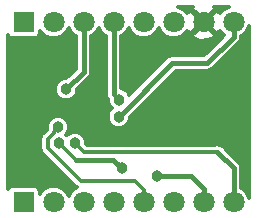
<source format=gbr>
G04 #@! TF.FileFunction,Copper,L2,Bot,Signal*
%FSLAX46Y46*%
G04 Gerber Fmt 4.6, Leading zero omitted, Abs format (unit mm)*
G04 Created by KiCad (PCBNEW 0.201504271001+5626~23~ubuntu14.10.1-product) date Wed 29 Apr 2015 11:36:41 EEST*
%MOMM*%
G01*
G04 APERTURE LIST*
%ADD10C,0.100000*%
%ADD11R,1.800000X1.800000*%
%ADD12C,1.800000*%
%ADD13C,0.965200*%
%ADD14C,0.406400*%
%ADD15C,0.304800*%
G04 APERTURE END LIST*
D10*
D11*
X139700000Y-121920000D03*
D12*
X142240000Y-121920000D03*
X144780000Y-121920000D03*
X147320000Y-121920000D03*
X149860000Y-121920000D03*
X152400000Y-121920000D03*
X154940000Y-121920000D03*
X157480000Y-121920000D03*
D11*
X139700000Y-106680000D03*
D12*
X142240000Y-106680000D03*
X144780000Y-106680000D03*
X147320000Y-106680000D03*
X149860000Y-106680000D03*
X152400000Y-106680000D03*
X154940000Y-106680000D03*
X157480000Y-106680000D03*
D13*
X140665200Y-111150400D03*
X156768800Y-110845600D03*
X147751800Y-114681000D03*
X142722600Y-116916200D03*
X148005800Y-119049800D03*
X142621000Y-115570000D03*
X151028400Y-119710200D03*
X144043400Y-116916200D03*
X143306800Y-112369600D03*
X147802600Y-113233200D03*
D14*
X140665200Y-111150400D02*
X141935200Y-112420400D01*
X141935200Y-112420400D02*
X141935200Y-113157000D01*
X141935200Y-113157000D02*
X144957800Y-116179600D01*
X144957800Y-116179600D02*
X151434800Y-116179600D01*
X151434800Y-116179600D02*
X156768800Y-110845600D01*
X147751800Y-114681000D02*
X152298400Y-110134400D01*
X152298400Y-110134400D02*
X155244800Y-110134400D01*
X155244800Y-110134400D02*
X157480000Y-107899200D01*
X157480000Y-107899200D02*
X157480000Y-106680000D01*
D15*
X142722600Y-116916200D02*
X144119600Y-118313200D01*
D14*
X144119600Y-118313200D02*
X147269200Y-118313200D01*
X147269200Y-118313200D02*
X148005800Y-119049800D01*
D15*
X148209000Y-120142000D02*
X149098000Y-120142000D01*
X142621000Y-115570000D02*
X142240000Y-115951000D01*
X142240000Y-115951000D02*
X142240000Y-116078000D01*
X142240000Y-116078000D02*
X141732000Y-116586000D01*
X141732000Y-116586000D02*
X141732000Y-117348000D01*
X141732000Y-117348000D02*
X144526000Y-120142000D01*
X144526000Y-120142000D02*
X148209000Y-120142000D01*
X149860000Y-120904000D02*
X149860000Y-121920000D01*
X149098000Y-120142000D02*
X149860000Y-120904000D01*
X151028400Y-119710200D02*
X151053800Y-119735600D01*
D14*
X151053800Y-119735600D02*
X153898600Y-119735600D01*
X153898600Y-119735600D02*
X154940000Y-120777000D01*
X154940000Y-120777000D02*
X154940000Y-121920000D01*
D15*
X144043400Y-116916200D02*
X144780000Y-117652800D01*
X144780000Y-117652800D02*
X156083000Y-117652800D01*
D14*
X156083000Y-117652800D02*
X157480000Y-119049800D01*
X157480000Y-119049800D02*
X157480000Y-121920000D01*
X143306800Y-112369600D02*
X144780000Y-110896400D01*
X144780000Y-110896400D02*
X144780000Y-106680000D01*
D15*
X147802600Y-113233200D02*
X147320000Y-112750600D01*
D14*
X147320000Y-112750600D02*
X147320000Y-106680000D01*
D15*
G36*
X157122557Y-105359200D02*
X156712212Y-105528751D01*
X156330093Y-105910204D01*
X156323973Y-105924942D01*
X156284214Y-105828956D01*
X156017522Y-105746162D01*
X155083684Y-106680000D01*
X156017522Y-107613838D01*
X156284214Y-107531044D01*
X156322321Y-107432227D01*
X156328751Y-107447788D01*
X156662816Y-107782437D01*
X155873838Y-108571415D01*
X155873838Y-107757522D01*
X154940000Y-106823684D01*
X154006162Y-107757522D01*
X154088956Y-108024214D01*
X154668146Y-108247573D01*
X155288725Y-108232283D01*
X155791044Y-108024214D01*
X155873838Y-107757522D01*
X155873838Y-108571415D01*
X154971254Y-109474000D01*
X152298400Y-109474000D01*
X152045676Y-109524270D01*
X151831426Y-109667427D01*
X148657540Y-112841312D01*
X148599788Y-112701541D01*
X148335649Y-112436941D01*
X147990358Y-112293563D01*
X147980400Y-112293554D01*
X147980400Y-107875620D01*
X148087788Y-107831249D01*
X148469907Y-107449796D01*
X148590039Y-107160484D01*
X148708751Y-107447788D01*
X149090204Y-107829907D01*
X149588852Y-108036964D01*
X150128779Y-108037435D01*
X150627788Y-107831249D01*
X151009907Y-107449796D01*
X151130039Y-107160484D01*
X151248751Y-107447788D01*
X151630204Y-107829907D01*
X152128852Y-108036964D01*
X152668779Y-108037435D01*
X153167788Y-107831249D01*
X153549907Y-107449796D01*
X153556026Y-107435057D01*
X153595786Y-107531044D01*
X153862478Y-107613838D01*
X154796316Y-106680000D01*
X153862478Y-105746162D01*
X153595786Y-105828956D01*
X153557678Y-105927772D01*
X153551249Y-105912212D01*
X153169796Y-105530093D01*
X152758240Y-105359200D01*
X154081687Y-105359200D01*
X154006162Y-105602478D01*
X154940000Y-106536316D01*
X155873838Y-105602478D01*
X155798312Y-105359200D01*
X157122557Y-105359200D01*
X157122557Y-105359200D01*
G37*
X157122557Y-105359200D02*
X156712212Y-105528751D01*
X156330093Y-105910204D01*
X156323973Y-105924942D01*
X156284214Y-105828956D01*
X156017522Y-105746162D01*
X155083684Y-106680000D01*
X156017522Y-107613838D01*
X156284214Y-107531044D01*
X156322321Y-107432227D01*
X156328751Y-107447788D01*
X156662816Y-107782437D01*
X155873838Y-108571415D01*
X155873838Y-107757522D01*
X154940000Y-106823684D01*
X154006162Y-107757522D01*
X154088956Y-108024214D01*
X154668146Y-108247573D01*
X155288725Y-108232283D01*
X155791044Y-108024214D01*
X155873838Y-107757522D01*
X155873838Y-108571415D01*
X154971254Y-109474000D01*
X152298400Y-109474000D01*
X152045676Y-109524270D01*
X151831426Y-109667427D01*
X148657540Y-112841312D01*
X148599788Y-112701541D01*
X148335649Y-112436941D01*
X147990358Y-112293563D01*
X147980400Y-112293554D01*
X147980400Y-107875620D01*
X148087788Y-107831249D01*
X148469907Y-107449796D01*
X148590039Y-107160484D01*
X148708751Y-107447788D01*
X149090204Y-107829907D01*
X149588852Y-108036964D01*
X150128779Y-108037435D01*
X150627788Y-107831249D01*
X151009907Y-107449796D01*
X151130039Y-107160484D01*
X151248751Y-107447788D01*
X151630204Y-107829907D01*
X152128852Y-108036964D01*
X152668779Y-108037435D01*
X153167788Y-107831249D01*
X153549907Y-107449796D01*
X153556026Y-107435057D01*
X153595786Y-107531044D01*
X153862478Y-107613838D01*
X154796316Y-106680000D01*
X153862478Y-105746162D01*
X153595786Y-105828956D01*
X153557678Y-105927772D01*
X153551249Y-105912212D01*
X153169796Y-105530093D01*
X152758240Y-105359200D01*
X154081687Y-105359200D01*
X154006162Y-105602478D01*
X154940000Y-106536316D01*
X155873838Y-105602478D01*
X155798312Y-105359200D01*
X157122557Y-105359200D01*
G36*
X158800800Y-121562557D02*
X158631249Y-121152212D01*
X158249796Y-120770093D01*
X158140400Y-120724667D01*
X158140400Y-119049800D01*
X158090130Y-118797076D01*
X157946973Y-118582827D01*
X157946973Y-118582826D01*
X156549973Y-117185827D01*
X156335724Y-117042670D01*
X156083000Y-116992400D01*
X155830276Y-117042670D01*
X155829482Y-117043200D01*
X145032504Y-117043200D01*
X144983133Y-116993829D01*
X144983363Y-116730082D01*
X144840588Y-116384541D01*
X144576449Y-116119941D01*
X144231158Y-115976563D01*
X143857282Y-115976237D01*
X143511741Y-116119012D01*
X143383007Y-116247521D01*
X143327867Y-116192285D01*
X143417259Y-116103049D01*
X143560637Y-115757758D01*
X143560963Y-115383882D01*
X143418188Y-115038341D01*
X143154049Y-114773741D01*
X142808758Y-114630363D01*
X142434882Y-114630037D01*
X142089341Y-114772812D01*
X141824741Y-115036951D01*
X141681363Y-115382242D01*
X141681076Y-115711320D01*
X141676803Y-115717716D01*
X141661563Y-115794332D01*
X141300948Y-116154948D01*
X141168803Y-116352716D01*
X141122400Y-116586000D01*
X141122400Y-117348000D01*
X141168803Y-117581284D01*
X141300948Y-117779052D01*
X144094948Y-120573053D01*
X144244307Y-120672851D01*
X144012212Y-120768751D01*
X143630093Y-121150204D01*
X143509960Y-121439515D01*
X143391249Y-121152212D01*
X143009796Y-120770093D01*
X142511148Y-120563036D01*
X141971221Y-120562565D01*
X141472212Y-120768751D01*
X141090093Y-121150204D01*
X141066157Y-121207848D01*
X141066157Y-121020000D01*
X141032333Y-120845671D01*
X140931685Y-120692452D01*
X140779741Y-120589889D01*
X140600000Y-120553843D01*
X138800000Y-120553843D01*
X138625671Y-120587667D01*
X138472452Y-120688315D01*
X138379200Y-120826465D01*
X138379200Y-107771885D01*
X138468315Y-107907548D01*
X138620259Y-108010111D01*
X138800000Y-108046157D01*
X140600000Y-108046157D01*
X140774329Y-108012333D01*
X140927548Y-107911685D01*
X141030111Y-107759741D01*
X141066157Y-107580000D01*
X141066157Y-107393106D01*
X141088751Y-107447788D01*
X141470204Y-107829907D01*
X141968852Y-108036964D01*
X142508779Y-108037435D01*
X143007788Y-107831249D01*
X143389907Y-107449796D01*
X143510039Y-107160484D01*
X143628751Y-107447788D01*
X144010204Y-107829907D01*
X144119600Y-107875332D01*
X144119600Y-110622853D01*
X143312649Y-111429804D01*
X143120682Y-111429637D01*
X142775141Y-111572412D01*
X142510541Y-111836551D01*
X142367163Y-112181842D01*
X142366837Y-112555718D01*
X142509612Y-112901259D01*
X142773751Y-113165859D01*
X143119042Y-113309237D01*
X143492918Y-113309563D01*
X143838459Y-113166788D01*
X144103059Y-112902649D01*
X144246437Y-112557358D01*
X144246605Y-112363740D01*
X145246973Y-111363374D01*
X145246973Y-111363373D01*
X145390130Y-111149125D01*
X145390130Y-111149124D01*
X145398470Y-111107195D01*
X145440399Y-110896400D01*
X145440400Y-110896400D01*
X145440400Y-107875620D01*
X145547788Y-107831249D01*
X145929907Y-107449796D01*
X146050039Y-107160484D01*
X146168751Y-107447788D01*
X146550204Y-107829907D01*
X146659600Y-107875332D01*
X146659600Y-112750600D01*
X146709870Y-113003324D01*
X146853027Y-113217573D01*
X146862807Y-113224107D01*
X146862637Y-113419318D01*
X147005412Y-113764859D01*
X147172065Y-113931803D01*
X146955541Y-114147951D01*
X146812163Y-114493242D01*
X146811837Y-114867118D01*
X146954612Y-115212659D01*
X147218751Y-115477259D01*
X147564042Y-115620637D01*
X147937918Y-115620963D01*
X148283459Y-115478188D01*
X148548059Y-115214049D01*
X148691437Y-114868758D01*
X148691605Y-114675140D01*
X152571946Y-110794800D01*
X155244800Y-110794800D01*
X155497524Y-110744530D01*
X155711773Y-110601373D01*
X157946973Y-108366173D01*
X158090130Y-108151924D01*
X158140399Y-107899200D01*
X158140400Y-107899200D01*
X158140400Y-107875620D01*
X158247788Y-107831249D01*
X158629907Y-107449796D01*
X158800800Y-107038240D01*
X158800800Y-121562557D01*
X158800800Y-121562557D01*
G37*
X158800800Y-121562557D02*
X158631249Y-121152212D01*
X158249796Y-120770093D01*
X158140400Y-120724667D01*
X158140400Y-119049800D01*
X158090130Y-118797076D01*
X157946973Y-118582827D01*
X157946973Y-118582826D01*
X156549973Y-117185827D01*
X156335724Y-117042670D01*
X156083000Y-116992400D01*
X155830276Y-117042670D01*
X155829482Y-117043200D01*
X145032504Y-117043200D01*
X144983133Y-116993829D01*
X144983363Y-116730082D01*
X144840588Y-116384541D01*
X144576449Y-116119941D01*
X144231158Y-115976563D01*
X143857282Y-115976237D01*
X143511741Y-116119012D01*
X143383007Y-116247521D01*
X143327867Y-116192285D01*
X143417259Y-116103049D01*
X143560637Y-115757758D01*
X143560963Y-115383882D01*
X143418188Y-115038341D01*
X143154049Y-114773741D01*
X142808758Y-114630363D01*
X142434882Y-114630037D01*
X142089341Y-114772812D01*
X141824741Y-115036951D01*
X141681363Y-115382242D01*
X141681076Y-115711320D01*
X141676803Y-115717716D01*
X141661563Y-115794332D01*
X141300948Y-116154948D01*
X141168803Y-116352716D01*
X141122400Y-116586000D01*
X141122400Y-117348000D01*
X141168803Y-117581284D01*
X141300948Y-117779052D01*
X144094948Y-120573053D01*
X144244307Y-120672851D01*
X144012212Y-120768751D01*
X143630093Y-121150204D01*
X143509960Y-121439515D01*
X143391249Y-121152212D01*
X143009796Y-120770093D01*
X142511148Y-120563036D01*
X141971221Y-120562565D01*
X141472212Y-120768751D01*
X141090093Y-121150204D01*
X141066157Y-121207848D01*
X141066157Y-121020000D01*
X141032333Y-120845671D01*
X140931685Y-120692452D01*
X140779741Y-120589889D01*
X140600000Y-120553843D01*
X138800000Y-120553843D01*
X138625671Y-120587667D01*
X138472452Y-120688315D01*
X138379200Y-120826465D01*
X138379200Y-107771885D01*
X138468315Y-107907548D01*
X138620259Y-108010111D01*
X138800000Y-108046157D01*
X140600000Y-108046157D01*
X140774329Y-108012333D01*
X140927548Y-107911685D01*
X141030111Y-107759741D01*
X141066157Y-107580000D01*
X141066157Y-107393106D01*
X141088751Y-107447788D01*
X141470204Y-107829907D01*
X141968852Y-108036964D01*
X142508779Y-108037435D01*
X143007788Y-107831249D01*
X143389907Y-107449796D01*
X143510039Y-107160484D01*
X143628751Y-107447788D01*
X144010204Y-107829907D01*
X144119600Y-107875332D01*
X144119600Y-110622853D01*
X143312649Y-111429804D01*
X143120682Y-111429637D01*
X142775141Y-111572412D01*
X142510541Y-111836551D01*
X142367163Y-112181842D01*
X142366837Y-112555718D01*
X142509612Y-112901259D01*
X142773751Y-113165859D01*
X143119042Y-113309237D01*
X143492918Y-113309563D01*
X143838459Y-113166788D01*
X144103059Y-112902649D01*
X144246437Y-112557358D01*
X144246605Y-112363740D01*
X145246973Y-111363374D01*
X145246973Y-111363373D01*
X145390130Y-111149125D01*
X145390130Y-111149124D01*
X145398470Y-111107195D01*
X145440399Y-110896400D01*
X145440400Y-110896400D01*
X145440400Y-107875620D01*
X145547788Y-107831249D01*
X145929907Y-107449796D01*
X146050039Y-107160484D01*
X146168751Y-107447788D01*
X146550204Y-107829907D01*
X146659600Y-107875332D01*
X146659600Y-112750600D01*
X146709870Y-113003324D01*
X146853027Y-113217573D01*
X146862807Y-113224107D01*
X146862637Y-113419318D01*
X147005412Y-113764859D01*
X147172065Y-113931803D01*
X146955541Y-114147951D01*
X146812163Y-114493242D01*
X146811837Y-114867118D01*
X146954612Y-115212659D01*
X147218751Y-115477259D01*
X147564042Y-115620637D01*
X147937918Y-115620963D01*
X148283459Y-115478188D01*
X148548059Y-115214049D01*
X148691437Y-114868758D01*
X148691605Y-114675140D01*
X152571946Y-110794800D01*
X155244800Y-110794800D01*
X155497524Y-110744530D01*
X155711773Y-110601373D01*
X157946973Y-108366173D01*
X158090130Y-108151924D01*
X158140399Y-107899200D01*
X158140400Y-107899200D01*
X158140400Y-107875620D01*
X158247788Y-107831249D01*
X158629907Y-107449796D01*
X158800800Y-107038240D01*
X158800800Y-121562557D01*
M02*

</source>
